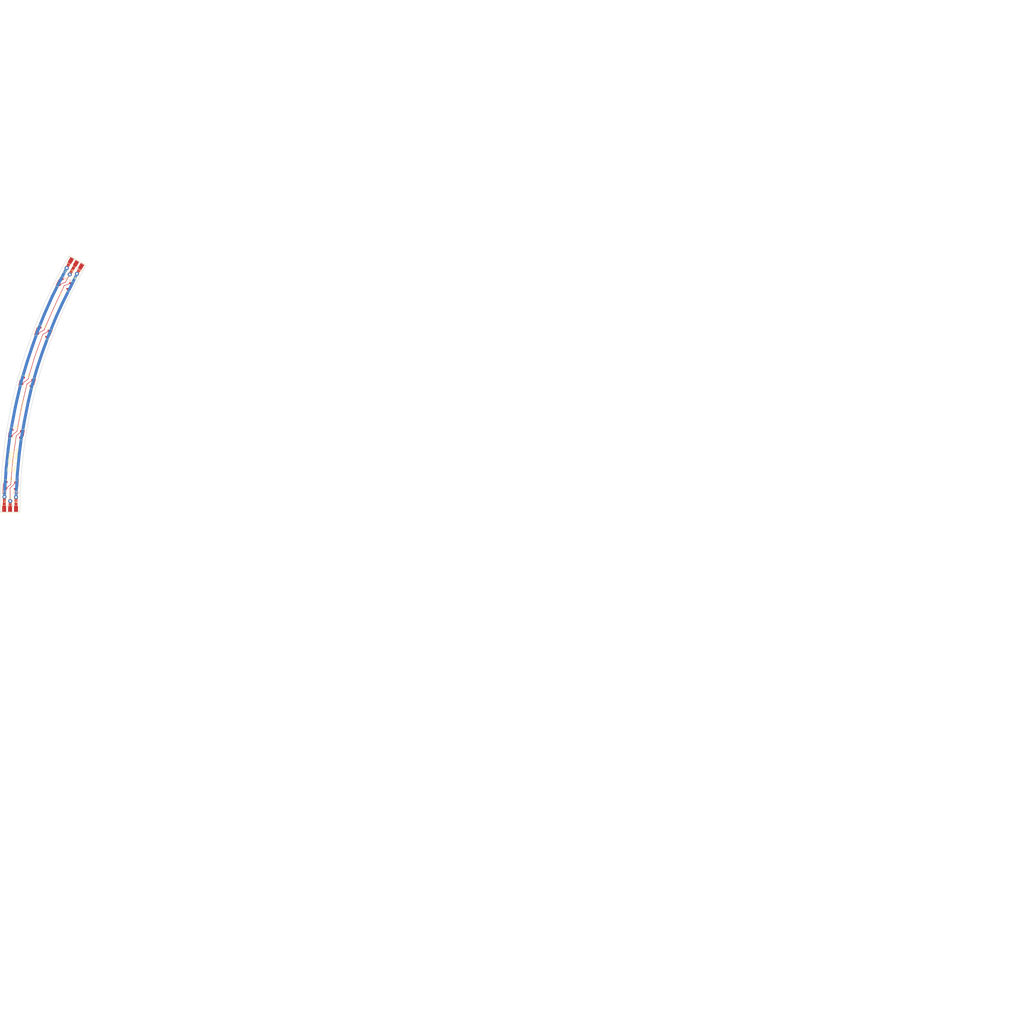
<source format=kicad_pcb>
(kicad_pcb (version 20221018) (generator pcbnew)
  (layers (0 "F.Cu" signal) (31 "B.Cu" signal) (34 "B.Paste" user) (35 "F.Paste" user) (36 "B.SilkS" user "B.Silkscreen") (37 "F.SilkS" user "F.Silkscreen") (38 "B.Mask" user) (39 "F.Mask" user) (44 "Edge.Cuts" user))
  (net 0 "")
  (net 1 "Net-(D1-VDD)")
  (net 2 "Net-(D1-DOUT)")
  (net 3 "Net-(D1-VSS)")
  (net 4 "Net-(D1-DIN)")
  (net 5 "Net-(D2-DOUT)")
  (net 6 "Net-(D3-DOUT)")
  (net 7 "Net-(D4-DOUT)")
  (net 8 "Net-(D5-DOUT)")
  (footprint "LED_SMD:LED_WS2812B_PLCC4_5.0x5.0mm_P3.2mm" (layer "F.Cu") (at 72.644 76.708 -21)
    (fp_text reference "D4" (at 0 -3.5 159) (layer "F.SilkS"))
    (fp_text value "WS2812B")
    (fp_text user "1" (at -4.15 -1.6 159) (layer "F.SilkS"))
    (fp_line (start -3.65 -2.75) (end 3.65 -2.75) (stroke (width 0.12)) (layer "F.SilkS"))
    (fp_line (start -3.65 2.75) (end 3.65 2.75) (stroke (width 0.12)) (layer "F.SilkS"))
    (fp_line (start 3.65 2.75) (end 3.65 1.6) (stroke (width 0.12)) (layer "F.SilkS"))
    (pad "1" smd rect (at -2.45 -1.65 339) (size 1.5 0.9) (layers "F.Cu" "F.Paste" "F.Mask") (net 1 "Net-(D1-VDD)"))
    (pad "2" smd rect (at -2.45 1.65 339) (size 1.5 0.9) (layers "F.Cu" "F.Paste" "F.Mask") (net 7 "Net-(D4-DOUT)"))
    (pad "3" smd rect (at 2.45 1.65 339) (size 1.5 0.9) (layers "F.Cu" "F.Paste" "F.Mask") (net 3 "Net-(D1-VSS)"))
    (pad "4" smd rect (at 2.45 -1.65 339) (size 1.5 0.9) (layers "F.Cu" "F.Paste" "F.Mask") (net 6 "Net-(D3-DOUT)"))
  )
  (footprint "LED_SMD:LED_WS2812B_PLCC4_5.0x5.0mm_P3.2mm" (layer "F.Cu") (at 56.126997 154.2552 -3)
    (fp_text reference "D1" (at 0 -3.5 177) (layer "F.SilkS"))
    (fp_text value "WS2812B")
    (fp_text user "1" (at -4.15 -1.6 177) (layer "F.SilkS"))
    (fp_line (start -3.65 -2.75) (end 3.65 -2.75) (stroke (width 0.12)) (layer "F.SilkS"))
    (fp_line (start -3.65 2.75) (end 3.65 2.75) (stroke (width 0.12)) (layer "F.SilkS"))
    (fp_line (start 3.65 2.75) (end 3.65 1.6) (stroke (width 0.12)) (layer "F.SilkS"))
    (pad "1" smd rect (at -2.45 -1.65 357) (size 1.5 0.9) (layers "F.Cu" "F.Paste" "F.Mask") (net 1 "Net-(D1-VDD)"))
    (pad "2" smd rect (at -2.45 1.65 357) (size 1.5 0.9) (layers "F.Cu" "F.Paste" "F.Mask") (net 2 "Net-(D1-DOUT)"))
    (pad "3" smd rect (at 2.45 1.65 357) (size 1.5 0.9) (layers "F.Cu" "F.Paste" "F.Mask") (net 3 "Net-(D1-VSS)"))
    (pad "4" smd rect (at 2.45 -1.65 357) (size 1.5 0.9) (layers "F.Cu" "F.Paste" "F.Mask") (net 4 "Net-(D1-DIN)"))
  )
  (footprint "Connector_Pin:Pin_D1.0mm_L10.0mm" (layer "F.Cu") (at 55.88 162.179 -4.5)
    (fp_text reference "J4" (at -0.189322 -2.405562 175.5) (layer "F.SilkS"))
    (fp_text value "D In" (at 0.072678 2.542134 179.5) (layer "B.SilkS") (effects (justify mirror)))
    (fp_circle (center 0 0) (end 1.25 0.05) (stroke (width 0.12)) (fill none) (layer "F.SilkS"))
    (pad "1" thru_hole circle (at 0 0 355.5) (size 2 2) (drill 1) (layers "*.Cu" "*.Mask") (net 4 "Net-(D1-DIN)"))
  )
  (footprint "Connector_Pin:Pin_D1.0mm_L10.0mm" (layer "F.Cu") (at 58.801 160.147 -4.5)
    (fp_text reference "J5" (at 0.062713 2.415526 175.5) (layer "F.SilkS"))
    (fp_text value "GND" (at -0.019012 -2.291572 178.5) (layer "B.SilkS") (effects (justify mirror)))
    (fp_circle (center 0 0) (end 1.25 0.05) (stroke (width 0.12)) (fill none) (layer "F.SilkS"))
    (pad "1" thru_hole circle (at 0 0 355.5) (size 2 2) (drill 1) (layers "*.Cu" "*.Mask") (net 3 "Net-(D1-VSS)"))
  )
  (footprint "LED_SMD:LED_WS2812B_PLCC4_5.0x5.0mm_P3.2mm" (layer "F.Cu") (at 58.928 128.016 -9)
    (fp_text reference "D2" (at 0 -3.5 171) (layer "F.SilkS"))
    (fp_text value "WS2812B")
    (fp_text user "1" (at -4.15 -1.6 171) (layer "F.SilkS"))
    (fp_line (start -3.65 -2.75) (end 3.65 -2.75) (stroke (width 0.12)) (layer "F.SilkS"))
    (fp_line (start -3.65 2.75) (end 3.65 2.75) (stroke (width 0.12)) (layer "F.SilkS"))
    (fp_line (start 3.65 2.75) (end 3.65 1.6) (stroke (width 0.12)) (layer "F.SilkS"))
    (pad "1" smd rect (at -2.45 -1.65 351) (size 1.5 0.9) (layers "F.Cu" "F.Paste" "F.Mask") (net 1 "Net-(D1-VDD)"))
    (pad "2" smd rect (at -2.45 1.65 351) (size 1.5 0.9) (layers "F.Cu" "F.Paste" "F.Mask") (net 5 "Net-(D2-DOUT)"))
    (pad "3" smd rect (at 2.45 1.65 351) (size 1.5 0.9) (layers "F.Cu" "F.Paste" "F.Mask") (net 3 "Net-(D1-VSS)"))
    (pad "4" smd rect (at 2.45 -1.65 351) (size 1.5 0.9) (layers "F.Cu" "F.Paste" "F.Mask") (net 2 "Net-(D1-DOUT)"))
  )
  (footprint "LED_SMD:LED_WS2812B_PLCC4_5.0x5.0mm_P3.2mm" (layer "F.Cu") (at 83.566 52.324 -27)
    (fp_text reference "D5" (at 0.269431 5.564135 153) (layer "F.SilkS"))
    (fp_text value "WS2812B")
    (fp_text user "1" (at -4.15 -1.6 153) (layer "F.SilkS"))
    (fp_line (start -3.65 -2.75) (end 3.65 -2.75) (stroke (width 0.12)) (layer "F.SilkS"))
    (fp_line (start -3.65 2.75) (end 3.65 2.75) (stroke (width 0.12)) (layer "F.SilkS"))
    (fp_line (start 3.65 2.75) (end 3.65 1.6) (stroke (width 0.12)) (layer "F.SilkS"))
    (pad "1" smd rect (at -2.45 -1.65 333) (size 1.5 0.9) (layers "F.Cu" "F.Paste" "F.Mask") (net 1 "Net-(D1-VDD)"))
    (pad "2" smd rect (at -2.45 1.65 333) (size 1.5 0.9) (layers "F.Cu" "F.Paste" "F.Mask") (net 8 "Net-(D5-DOUT)"))
    (pad "3" smd rect (at 2.45 1.65 333) (size 1.5 0.9) (layers "F.Cu" "F.Paste" "F.Mask") (net 3 "Net-(D1-VSS)"))
    (pad "4" smd rect (at 2.45 -1.65 333) (size 1.5 0.9) (layers "F.Cu" "F.Paste" "F.Mask") (net 7 "Net-(D4-DOUT)"))
  )
  (footprint "Connector_Pin:Pin_D1.0mm_L10.0mm" (layer "F.Cu") (at 89.662 47.117 -28)
    (fp_text reference "J8" (at 0.00438 2.44289 152) (layer "F.SilkS"))
    (fp_text value "GND" (at 0.055243 -2.330756 152) (layer "B.SilkS") (effects (justify mirror)))
    (fp_circle (center 0 0) (end 1.25 0.05) (stroke (width 0.12)) (fill none) (layer "F.SilkS"))
    (pad "1" thru_hole circle (at 0 0 332) (size 2 2) (drill 1) (layers "*.Cu" "*.Mask") (net 3 "Net-(D1-VSS)"))
  )
  (footprint "Connector_Pin:Pin_D1.0mm_L10.0mm" (layer "F.Cu") (at 85.979 47.498 -25)
    (fp_text reference "J6" (at 0.292251 -2.378343 155) (layer "F.SilkS"))
    (fp_text value "D Out" (at -0.131233 2.723646 155) (layer "B.SilkS") (effects (justify mirror)))
    (fp_circle (center 0 0) (end 1.25 0.05) (stroke (width 0.12)) (fill none) (layer "F.SilkS"))
    (pad "1" thru_hole circle (at 0 0 335) (size 2 2) (drill 1) (layers "*.Cu" "*.Mask") (net 8 "Net-(D5-DOUT)"))
  )
  (footprint "Connector_Pin:Pin_D1.0mm_L10.0mm" (layer "F.Cu") (at 84.455 44.196 -25)
    (fp_text reference "J7" (at -0.238578 2.493444 155) (layer "F.SilkS"))
    (fp_text value "+5" (at -0.174994 -2.425274 155) (layer "B.SilkS") (effects (justify mirror)))
    (fp_circle (center 0 0) (end 1.25 0.05) (stroke (width 0.12)) (fill none) (layer "F.SilkS"))
    (pad "1" thru_hole circle (at 0 0 335) (size 2 2) (drill 1) (layers "*.Cu" "*.Mask") (net 1 "Net-(D1-VDD)"))
  )
  (footprint "Marc:Connector 2.0mm 5.0mm on 2.5mm" (layer "F.Cu") (at 89.2 41.8 -30)
    (fp_text reference "J2" hide)
    (fp_text value "Out")
    (fp_line (start -4.5 -2) (end 4.5 -2) (stroke (width 0.12)) (layer "F.SilkS"))
    (fp_line (start -4.5 2) (end -4.5 -2) (stroke (width 0.12)) (layer "F.SilkS"))
    (fp_line (start -1.5 -2) (end -1.5 2) (stroke (width 0.12)) (layer "F.SilkS"))
    (fp_line (start 4.5 -2) (end 4.5 2) (stroke (width 0.12)) (layer "F.SilkS"))
    (fp_line (start 4.5 2) (end -4.5 2) (stroke (width 0.12)) (layer "F.SilkS"))
    (pad "1" connect rect (at -3 0 330) (size 2 3) (layers "F.Cu" "F.Mask") (net 1 "Net-(D1-VDD)"))
    (pad "2" connect rect (at 0 0 330) (size 2 3) (layers "F.Cu" "F.Mask") (net 8 "Net-(D5-DOUT)"))
    (pad "3" connect rect (at 3 0 330) (size 2 3) (layers "F.Cu" "F.Mask") (net 3 "Net-(D1-VSS)"))
  )
  (footprint "Marc:Connector 2.0mm 5.0mm on 2.5mm" (layer "F.Cu") (at 55.8 166.2)
    (fp_text reference "J1" hide)
    (fp_text value "In")
    (fp_line (start -4.5 -2) (end 4.5 -2) (stroke (width 0.12)) (layer "F.SilkS"))
    (fp_line (start -4.5 2) (end -4.5 -2) (stroke (width 0.12)) (layer "F.SilkS"))
    (fp_line (start -1.5 -2) (end -1.5 2) (stroke (width 0.12)) (layer "F.SilkS"))
    (fp_line (start 4.5 -2) (end 4.5 2) (stroke (width 0.12)) (layer "F.SilkS"))
    (fp_line (start 4.5 2) (end -4.5 2) (stroke (width 0.12)) (layer "F.SilkS"))
    (pad "1" connect rect (at -3 0) (size 2 3) (layers "F.Cu" "F.Mask") (net 1 "Net-(D1-VDD)"))
    (pad "2" connect rect (at 0 0) (size 2 3) (layers "F.Cu" "F.Mask") (net 4 "Net-(D1-DIN)"))
    (pad "3" connect rect (at 3 0) (size 2 3) (layers "F.Cu" "F.Mask") (net 3 "Net-(D1-VSS)"))
  )
  (footprint "LED_SMD:LED_WS2812B_PLCC4_5.0x5.0mm_P3.2mm" (layer "F.Cu") (at 64.516 101.854 -15)
    (fp_text reference "D3" (at 0 -3.5 165) (layer "F.SilkS"))
    (fp_text value "WS2812B")
    (fp_text user "1" (at -4.15 -1.6 165) (layer "F.SilkS"))
    (fp_line (start -3.65 -2.75) (end 3.65 -2.75) (stroke (width 0.12)) (layer "F.SilkS"))
    (fp_line (start -3.65 2.75) (end 3.65 2.75) (stroke (width 0.12)) (layer "F.SilkS"))
    (fp_line (start 3.65 2.75) (end 3.65 1.6) (stroke (width 0.12)) (layer "F.SilkS"))
    (pad "1" smd rect (at -2.45 -1.65 345) (size 1.5 0.9) (layers "F.Cu" "F.Paste" "F.Mask") (net 1 "Net-(D1-VDD)"))
    (pad "2" smd rect (at -2.45 1.65 345) (size 1.5 0.9) (layers "F.Cu" "F.Paste" "F.Mask") (net 6 "Net-(D3-DOUT)"))
    (pad "3" smd rect (at 2.45 1.65 345) (size 1.5 0.9) (layers "F.Cu" "F.Paste" "F.Mask") (net 3 "Net-(D1-VSS)"))
    (pad "4" smd rect (at 2.45 -1.65 345) (size 1.5 0.9) (layers "F.Cu" "F.Paste" "F.Mask") (net 5 "Net-(D2-DOUT)"))
  )
  (footprint "Connector_Pin:Pin_D1.0mm_L10.0mm" (layer "F.Cu") (at 52.959 160.02 -4.5)
    (fp_text reference "J3" (at -0.063895 2.42549 175.5) (layer "F.SilkS"))
    (fp_text value "+5" (at -0.189322 -2.405562 178.5) (layer "B.SilkS") (effects (justify mirror)))
    (fp_circle (center 0 0) (end 1.25 0.05) (stroke (width 0.12)) (fill none) (layer "F.SilkS"))
    (pad "1" thru_hole circle (at 0 0 355.5) (size 2 2) (drill 1) (layers "*.Cu" "*.Mask") (net 1 "Net-(D1-VDD)"))
  )
  (gr_arc (start 60.8076 167.64) (mid 69.289312 103.204848) (end 94.156613 43.159485) (stroke (width 0.2)) (layer "Edge.Cuts"))
  (gr_line (start 85.487906 38.133526) (end 94.156613 43.159485) (stroke (width 0.2)) (layer "Edge.Cuts"))
  (gr_arc (start 50.8 167.64) (mid 59.618942 100.603365) (end 85.487906 38.133526) (stroke (width 0.2)) (layer "Edge.Cuts"))
  (gr_line (start 50.8 167.64) (end 60.8076 167.64) (stroke (width 0.2)) (layer "Edge.Cuts"))
  (gr_text "JLCJLCJLCJLC" (at 60.96 120.904 78) (layer "F.SilkS") (effects (font (size 1 1)) (justify left bottom)))
  (gr_text "20{dblquote} WS2812b\nV1.0 (c) 2024\nMarc D. Spencer" (at 58.42 147.828 83) (layer "F.SilkS") (effects (font (size 1 1)) (justify left bottom)))
  (segment (start 57.531 118.745) (end 59.182 110.744) (width 0.25) (layer "F.Cu") (net 1))
  (segment (start 68.150557 77.851) (end 69.342 74.549) (width 0.25) (layer "F.Cu") (net 1))
  (segment (start 84.455 44.196) (end 86.601924 40.3) (width 1.5) (layer "F.Cu") (net 1))
  (segment (start 52.959 160.02) (end 52.8 166.2) (width 1.5) (layer "F.Cu") (net 1))
  (segment (start 52.959 160.02) (end 52.07 158.242) (width 0.25) (layer "F.Cu") (net 1))
  (segment (start 55.118 133.35) (end 55.372 131.318) (width 0.25) (layer "F.Cu") (net 1))
  (segment (start 62.576533 99.626116) (end 62.202652 98.552) (width 0.25) (layer "F.Cu") (net 1))
  (segment (start 55.372 131.318) (end 54.864 129.794) (width 0.25) (layer "F.Cu") (net 1))
  (segment (start 63.881 92.964) (end 65.532 87.757) (width 0.25) (layer "F.Cu") (net 1))
  (segment (start 59.182 110.744) (end 60.691915 104.408085) (width 0.25) (layer "F.Cu") (net 1))
  (segment (start 52.324 153.543) (end 52.07 158.242) (width 0.25) (layer "F.Cu") (net 1))
  (segment (start 54.864 129.794) (end 55.126165 127.643165) (width 0.25) (layer "F.Cu") (net 1))
  (segment (start 68.58 78.994) (end 68.150557 77.851) (width 0.25) (layer "F.Cu") (net 1))
  (segment (start 52.8 166.2) (end 52.496477 165.896477) (width 0.25) (layer "F.Cu") (net 1))
  (segment (start 60.706 101.092) (end 60.153021 103.505) (width 0.25) (layer "F.Cu") (net 1))
  (segment (start 79.248 53.975) (end 79.02251 52.98751) (width 0.25) (layer "F.Cu") (net 1))
  (segment (start 82.132118 49.741563) (end 80.391 50.165) (width 0.25) (layer "F.Cu") (net 1))
  (segment (start 53.34 151.638) (end 53.975 143.51) (width 0.25) (layer "F.Cu") (net 1))
  (segment (start 80.391 50.165) (end 79.02251 52.98751) (width 0.25) (layer "F.Cu") (net 1))
  (segment (start 60.691915 104.408085) (end 60.153021 103.505) (width 0.25) (layer "F.Cu") (net 1))
  (segment (start 70.948035 74.289591) (end 70.739 73.406) (width 0.25) (layer "F.Cu") (net 1))
  (segment (start 76.2 60.452) (end 78.613 55.372) (width 0.25) (layer "F.Cu") (net 1))
  (segment (start 67.437 82.169) (end 68.58 78.994) (width 0.25) (layer "F.Cu") (net 1))
  (segment (start 65.532 87.757) (end 67.437 82.169) (width 0.25) (layer "F.Cu") (net 1))
  (segment (start 62.202652 98.552) (end 63.881 92.964) (width 0.25) (layer "F.Cu") (net 1))
  (segment (start 55.126165 127.643165) (end 56.76628 126.00305) (width 0.25) (layer "F.Cu") (net 1))
  (segment (start 70.739 73.406) (end 73.279 67.183) (width 0.25) (layer "F.Cu") (net 1))
  (segment (start 73.279 67.183) (end 76.2 60.452) (width 0.25) (layer "F.Cu") (net 1))
  (segment (start 53.766709 152.479238) (end 52.324 153.543) (width 0.25) (layer "F.Cu") (net 1))
  (segment (start 62.888343 99.937926) (end 62.576533 99.626116) (width 0.25) (layer "F.Cu") (net 1))
  (segment (start 84.455 44.196) (end 82.296 48.006) (width 0.25) (layer "F.Cu") (net 1))
  (segment (start 56.76628 126.00305) (end 56.388 124.968) (width 0.25) (layer "F.Cu") (net 1))
  (segment (start 82.296 48.006) (end 82.132118 49.741563) (width 0.25) (layer "F.Cu") (net 1))
  (segment (start 56.388 124.968) (end 57.531 118.745) (width 0.25) (layer "F.Cu") (net 1))
  (segment (start 53.975 143.51) (end 55.118 133.35) (width 0.25) (layer "F.Cu") (net 1))
  (segment (start 69.342 74.549) (end 70.948035 74.289591) (width 0.25) (layer "F.Cu") (net 1))
  (segment (start 53.766709 152.479238) (end 53.34 151.638) (width 0.25) (layer "F.Cu") (net 1))
  (segment (start 78.613 55.372) (end 79.248 53.975) (width 0.25) (layer "F.Cu") (net 1))
  (segment (start 60.706 101.092) (end 62.576533 99.626116) (width 0.25) (layer "F.Cu") (net 1))
  (segment (start 73.152 67.564) (end 70.104 75.184) (width 1.5) (layer "B.Cu") (net 1))
  (segment (start 58.42 114.808) (end 55.88 128.016) (width 1.5) (layer "B.Cu") (net 1))
  (segment (start 53.848 145.288) (end 53.34 152.908) (width 1.5) (layer "B.Cu") (net 1))
  (segment (start 59.436 110.236) (end 58.42 114.808) (width 1.5) (layer "B.Cu") (net 1))
  (segment (start 55.88 128.016) (end 54.864 135.636) (width 1.5) (layer "B.Cu") (net 1))
  (segment (start 61.468 101.6) (end 59.436 110.236) (width 1.5) (layer "B.Cu") (net 1))
  (segment (start 77.216 58.42) (end 73.152 67.564) (width 1.5) (layer "B.Cu") (net 1))
  (segment (start 64.516 91.44) (end 61.468 101.6) (width 1.5) (layer "B.Cu") (net 1))
  (segment (start 54.864 135.636) (end 53.848 145.288) (width 1.5) (layer "B.Cu") (net 1))
  (segment (start 84.455 44.196) (end 81.28 50.292) (width 1.5) (layer "B.Cu") (net 1))
  (segment (start 70.104 75.184) (end 67.056 83.82) (width 1.5) (layer "B.Cu") (net 1))
  (segment (start 81.28 50.292) (end 77.216 58.42) (width 1.5) (layer "B.Cu") (net 1))
  (segment (start 67.056 83.82) (end 64.516 91.44) (width 1.5) (layer "B.Cu") (net 1))
  (segment (start 53.34 152.908) (end 52.959 160.02) (width 1.5) (layer "B.Cu") (net 1))
  (segment (start 56.134 153.797) (end 53.594 155.774716) (width 0.25) (layer "F.Cu") (net 2))
  (segment (start 61.605953 126.769579) (end 58.928 129.159) (width 0.25) (layer "F.Cu") (net 2))
  (segment (start 56.134 153.797) (end 57.15 141.732) (width 0.25) (layer "F.Cu") (net 2))
  (segment (start 57.15 141.732) (end 58.928 129.159) (width 0.25) (layer "F.Cu") (net 2))
  (segment (start 66.455467 104.081884) (end 67.945 103.251) (width 0.25) (layer "F.Cu") (net 3))
  (segment (start 59.824724 154.693724) (end 58.487285 156.031162) (width 0.25) (layer "F.Cu") (net 3))
  (segment (start 87.884 50.419) (end 88.127191 51.551191) (width 0.25) (layer "F.Cu") (net 3))
  (segment (start 59.824724 154.693724) (end 60.095537 151.257) (width 0.25) (layer "F.Cu") (net 3))
  (segment (start 66.455467 104.081884) (end 66.802 104.902) (width 0.25) (layer "F.Cu") (net 3))
  (segment (start 88.265 49.657) (end 87.884 50.419) (width 0.25) (layer "F.Cu") (net 3))
  (segment (start 84.999882 54.906437) (end 86.614 54.483) (width 0.25) (layer "F.Cu") (net 3))
  (segment (start 61.08972 130.02895) (end 61.468 130.683) (width 0.25) (layer "F.Cu") (net 3))
  (segment (start 78.105 71.247) (end 76.835 74.168) (width 0.25) (layer "F.Cu") (net 3))
  (segment (start 80.264 66.167) (end 78.105 71.247) (width 0.25) (layer "F.Cu") (net 3))
  (segment (start 71.755 88.138) (end 73.66 82.55) (width 0.25) (layer "F.Cu") (net 3))
  (segment (start 60.325 139.827) (end 59.69 146.939) (width 0.25) (layer "F.Cu") (net 3))
  (segment (start 61.08972 130.02895) (end 62.611 129.159) (width 0.25) (layer "F.Cu") (net 3))
  (segment (start 86.614 54.483) (end 88.127191 51.551191) (width 0.25) (layer "F.Cu") (net 3))
  (segment (start 59.436 150.368) (end 60.095537 151.257) (width 0.25) (layer "F.Cu") (net 3))
  (segment (start 67.945 103.251) (end 68.766933 100.203) (width 0.25) (layer "F.Cu") (net 3))
  (segment (start 76.835 74.168) (end 77.236825 75.458825) (width 0.25) (layer "F.Cu") (net 3))
  (segment (start 61.468 130.683) (end 60.325 139.827) (width 0.25) (layer "F.Cu") (net 3))
  (segment (start 62.611 129.159) (end 63.065747 126.365) (width 0.25) (layer "F.Cu") (net 3))
  (segment (start 58.8 166.2) (end 58.8 156.343877) (width 0.25) (layer "F.Cu") (net 3))
  (segment (start 66.802 104.902) (end 66.548 105.791) (width 0.25) (layer "F.Cu") (net 3))
  (segment (start 89.662 47.117) (end 88.265 49.657) (width 0.25) (layer "F.Cu") (net 3))
  (segment (start 74.570776 80.01) (end 74.339965 79.126409) (width 0.25) (layer "F.Cu") (net 3))
  (segment (start 76.063451 78.222451) (end 77.236825 75.458825) (width 0.25) (layer "F.Cu") (net 3))
  (segment (start 62.484 125.222) (end 63.754 118.11) (width 0.25) (layer "F.Cu") (net 3))
  (segment (start 89.662 47.117) (end 91.798076 43.3) (width 1.5) (layer "F.Cu") (net 3))
  (segment (start 69.596 94.742) (end 71.755 88.138) (width 0.25) (layer "F.Cu") (net 3))
  (segment (start 74.339965 79.126409) (end 75.946 78.486) (width 0.25) (layer "F.Cu") (net 3))
  (segment (start 68.326 99.187) (end 69.596 94.742) (width 0.25) (layer "F.Cu") (net 3))
  (segment (start 65.151 111.506) (end 66.548 105.791) (width 0.25) (layer "F.Cu") (net 3))
  (segment (start 59.69 146.939) (end 59.436 150.368) (width 0.25) (layer "F.Cu") (net 3))
  (segment (start 82.804 60.706) (end 80.264 66.167) (width 0.25) (layer "F.Cu") (net 3))
  (segment (start 63.754 118.11) (end 65.151 111.506) (width 0.25) (layer "F.Cu") (net 3))
  (segment (start 84.999882 54.906437) (end 85.09 55.88) (width 0.25) (layer "F.Cu") (net 3))
  (segment (start 63.065747 126.365) (end 62.484 125.222) (width 0.25) (layer "F.Cu") (net 3))
  (segment (start 85.09 55.88) (end 82.804 60.706) (width 0.25) (layer "F.Cu") (net 3))
  (segment (start 58.8 156.343877) (end 58.487285 156.031162) (width 0.25) (layer "F.Cu") (net 3))
  (segment (start 73.66 82.55) (end 74.570776 80.01) (width 0.25) (layer "F.Cu") (net 3))
  (segment (start 68.766933 100.203) (end 68.326 99.187) (width 0.25) (layer "F.Cu") (net 3))
  (segment (start 76.063451 78.222451) (end 75.946 78.486) (width 0.25) (layer "F.Cu") (net 3))
  (segment (start 58.801 160.147) (end 58.8 166.2) (width 1.5) (layer "F.Cu") (net 3))
  (segment (start 72.136 86.868) (end 75.692 77.216) (width 1.5) (layer "B.Cu") (net 3))
  (segment (start 58.801 160.147) (end 59.436 148.844) (width 1.5) (layer "B.Cu") (net 3))
  (segment (start 75.692 77.216) (end 79.248 68.58) (width 1.5) (layer "B.Cu") (net 3))
  (segment (start 60.452 138.176) (end 61.468 130.556) (width 1.5) (layer "B.Cu") (net 3))
  (segment (start 82.296 61.976) (end 86.868 52.832) (width 1.5) (layer "B.Cu") (net 3))
  (segment (start 65.024 111.76) (end 67.056 103.124) (width 1.5) (layer "B.Cu") (net 3))
  (segment (start 86.868 52.832) (end 89.662 47.117) (width 1.5) (layer "B.Cu") (net 3))
  (segment (start 59.436 148.844) (end 60.452 138.176) (width 1.5) (layer "B.Cu") (net 3))
  (segment (start 61.468 130.556) (end 62.992 121.92) (width 1.5) (layer "B.Cu") (net 3))
  (segment (start 69.596 94.488) (end 72.136 86.868) (width 1.5) (layer "B.Cu") (net 3))
  (segment (start 79.248 68.58) (end 82.296 61.976) (width 1.5) (layer "B.Cu") (net 3))
  (segment (start 62.992 121.92) (end 65.024 111.76) (width 1.5) (layer "B.Cu") (net 3))
  (segment (start 67.056 103.124) (end 69.596 94.488) (width 1.5) (layer "B.Cu") (net 3))
  (segment (start 55.8 155.595678) (end 58.659994 152.735684) (width 0.25) (layer "F.Cu") (net 4))
  (segment (start 55.8 166.2) (end 55.8 155.595678) (width 0.25) (layer "F.Cu") (net 4))
  (segment (start 55.88 162.179) (end 55.8 166.2) (width 1.5) (layer "F.Cu") (net 4))
  (segment (start 67.30957 100.894329) (end 64.354591 102.87) (width 0.25) (layer "F.Cu") (net 5))
  (segment (start 61.595 114.554) (end 59.270212 126.873) (width 0.25) (layer "F.Cu") (net 5))
  (segment (start 56.250047 129.262421) (end 59.270212 126.873) (width 0.25) (layer "F.Cu") (net 5))
  (segment (start 64.354591 102.87) (end 61.595 114.554) (width 0.25) (layer "F.Cu") (net 5))
  (segment (start 75.522579 76.045594) (end 72.317429 77.851) (width 0.25) (layer "F.Cu") (net 6))
  (segment (start 64.897 100.457) (end 61.72243 102.813671) (width 0.25) (layer "F.Cu") (net 6))
  (segment (start 68.072 89.662) (end 64.897 100.457) (width 0.25) (layer "F.Cu") (net 6))
  (segment (start 72.317429 77.851) (end 68.072 89.662) (width 0.25) (layer "F.Cu") (net 6))
  (segment (start 73.025 75.565) (end 73.18237 75.184) (width 0.25) (layer "F.Cu") (net 7))
  (segment (start 69.765421 77.370406) (end 73.025 75.565) (width 0.25) (layer "F.Cu") (net 7))
  (segment (start 77.724 64.77) (end 83.131308 53.159308) (width 0.25) (layer "F.Cu") (net 7))
  (segment (start 73.18237 75.184) (end 77.724 64.77) (width 0.25) (layer "F.Cu") (net 7))
  (segment (start 86.49805 51.966116) (end 83.131308 53.159308) (width 0.25) (layer "F.Cu") (net 7))
  (segment (start 80.63395 52.681884) (end 83.82 51.435) (width 0.25) (layer "F.Cu") (net 8))
  (segment (start 83.82 51.435) (end 85.979 47.498) (width 0.25) (layer "F.Cu") (net 8))
  (segment (start 85.979 47.498) (end 89.2 41.8) (width 1.5) (layer "F.Cu") (net 8))
)
</source>
